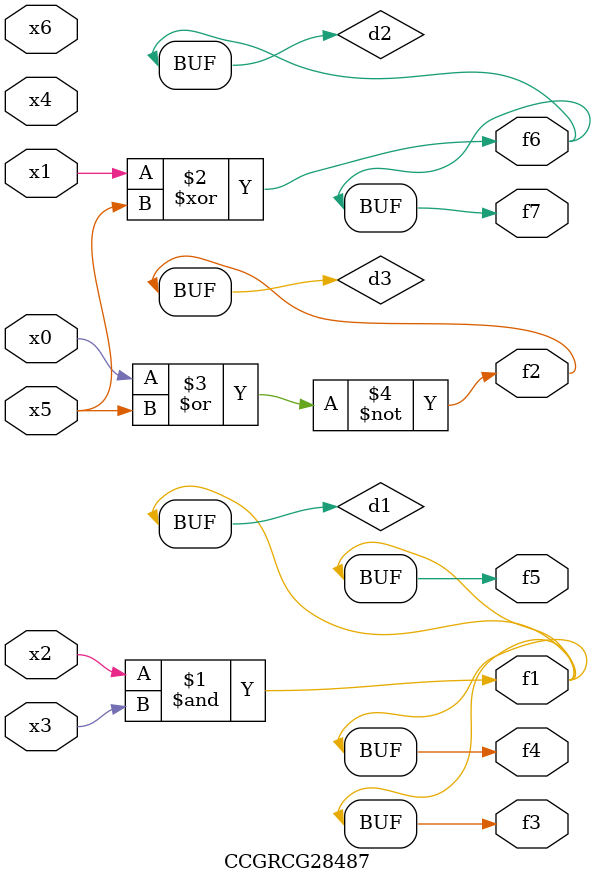
<source format=v>
module CCGRCG28487(
	input x0, x1, x2, x3, x4, x5, x6,
	output f1, f2, f3, f4, f5, f6, f7
);

	wire d1, d2, d3;

	and (d1, x2, x3);
	xor (d2, x1, x5);
	nor (d3, x0, x5);
	assign f1 = d1;
	assign f2 = d3;
	assign f3 = d1;
	assign f4 = d1;
	assign f5 = d1;
	assign f6 = d2;
	assign f7 = d2;
endmodule

</source>
